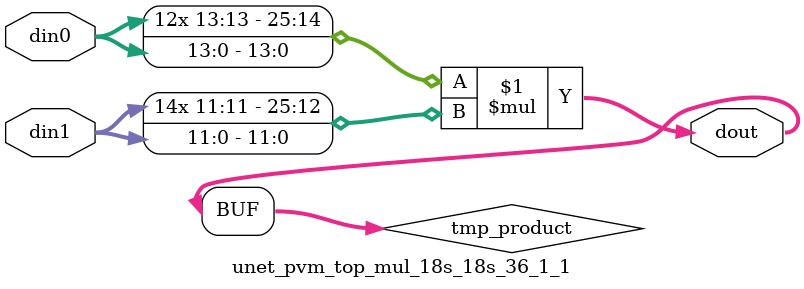
<source format=v>

`timescale 1 ns / 1 ps

 module unet_pvm_top_mul_18s_18s_36_1_1(din0, din1, dout);
parameter ID = 1;
parameter NUM_STAGE = 0;
parameter din0_WIDTH = 14;
parameter din1_WIDTH = 12;
parameter dout_WIDTH = 26;

input [din0_WIDTH - 1 : 0] din0; 
input [din1_WIDTH - 1 : 0] din1; 
output [dout_WIDTH - 1 : 0] dout;

wire signed [dout_WIDTH - 1 : 0] tmp_product;



























assign tmp_product = $signed(din0) * $signed(din1);








assign dout = tmp_product;





















endmodule

</source>
